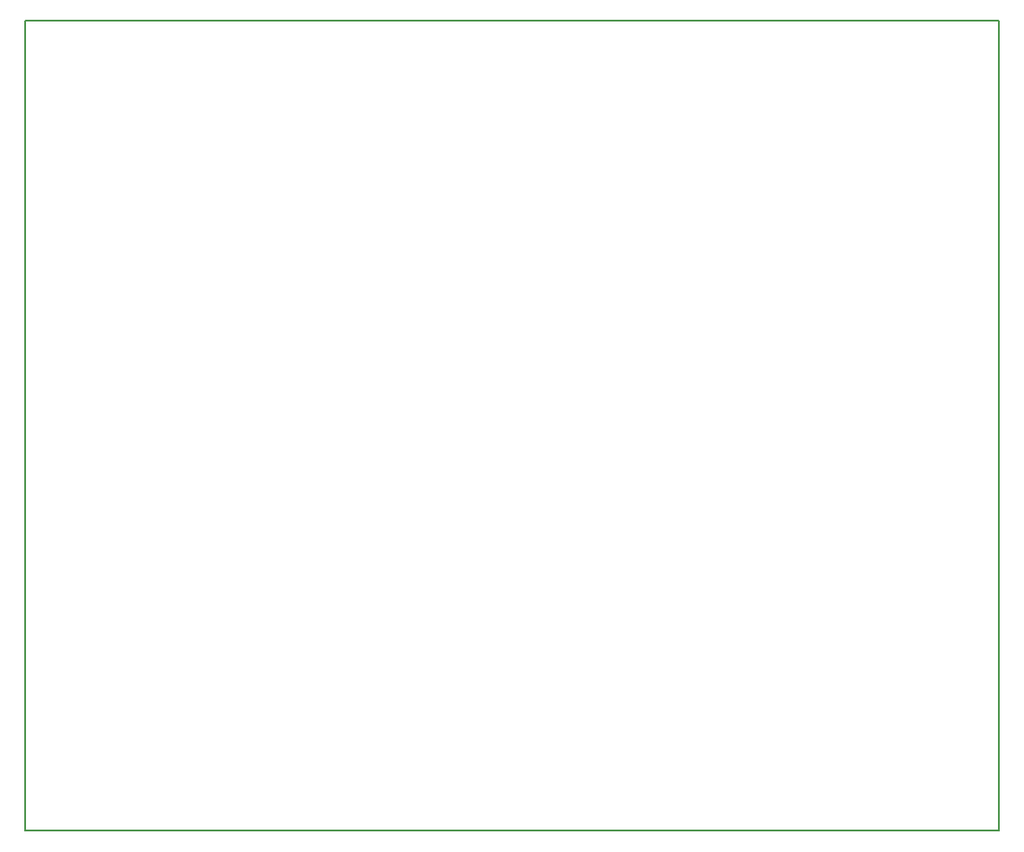
<source format=gm1>
G04 MADE WITH FRITZING*
G04 WWW.FRITZING.ORG*
G04 DOUBLE SIDED*
G04 HOLES PLATED*
G04 CONTOUR ON CENTER OF CONTOUR VECTOR*
%ASAXBY*%
%FSLAX23Y23*%
%MOIN*%
%OFA0B0*%
%SFA1.0B1.0*%
%ADD10R,3.621800X3.016800*%
%ADD11C,0.008000*%
%ADD10C,0.008*%
%LNCONTOUR*%
G90*
G70*
G54D10*
G54D11*
X4Y3013D02*
X3618Y3013D01*
X3618Y4D01*
X4Y4D01*
X4Y3013D01*
D02*
G04 End of contour*
M02*
</source>
